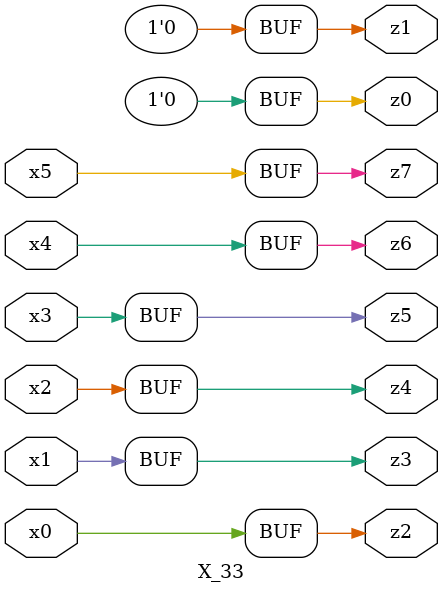
<source format=v>

module X_33 ( 
    x0, x1, x2, x3, x4, x5,
    z0, z1, z2, z3, z4, z5, z6, z7  );
  input  x0, x1, x2, x3, x4, x5;
  output z0, z1, z2, z3, z4, z5, z6, z7;
  assign z0 = 1'b0;
  assign z1 = 1'b0;
  assign z2 = x0;
  assign z3 = x1;
  assign z4 = x2;
  assign z5 = x3;
  assign z6 = x4;
  assign z7 = x5;
endmodule



</source>
